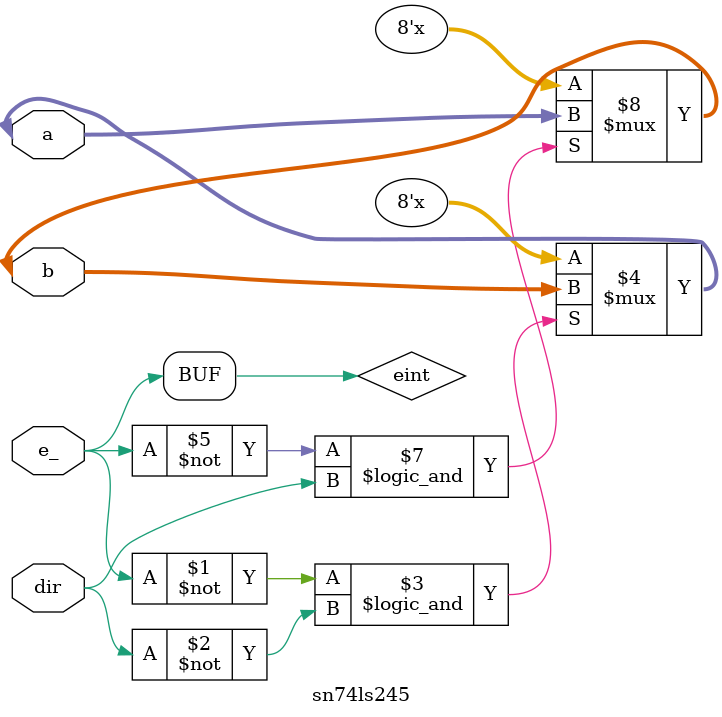
<source format=v>
module sn74ls245(a, b, e_, dir);
inout [7:0] a, b;
input e_, dir;
wire eint;

parameter
	// TI TTL data book Vol 1, 1985
	tPLH_min=0, tPLH_typ=8,           tPLH_max=12,
	tPHL_min=0, tPHL_typ=8,           tPHL_max=12,
	tPZH_min=0, tPZH_typ=25-tPLH_typ, tPZH_max=40-tPLH_max,
	tPZL_min=0, tPZL_typ=27-tPHL_typ, tPZL_max=40-tPHL_max;
// does not respect tPHZ, tPLZ !

	assign #(tPZH_min:tPZH_typ:tPZH_max,
		     tPZL_min:tPZL_typ:tPZL_max)
		eint = e_;

	assign #(tPLH_min:tPLH_typ:tPLH_max,
  		     tPHL_min:tPHL_typ:tPHL_max)
		a = eint==0 && dir==0 ? b : 8'bzzzzzzzz;
	assign #(tPLH_min:tPLH_typ:tPLH_max,
  		     tPHL_min:tPHL_typ:tPHL_max)
		b = eint==0 && dir==1 ? a : 8'bzzzzzzzz;

endmodule

</source>
